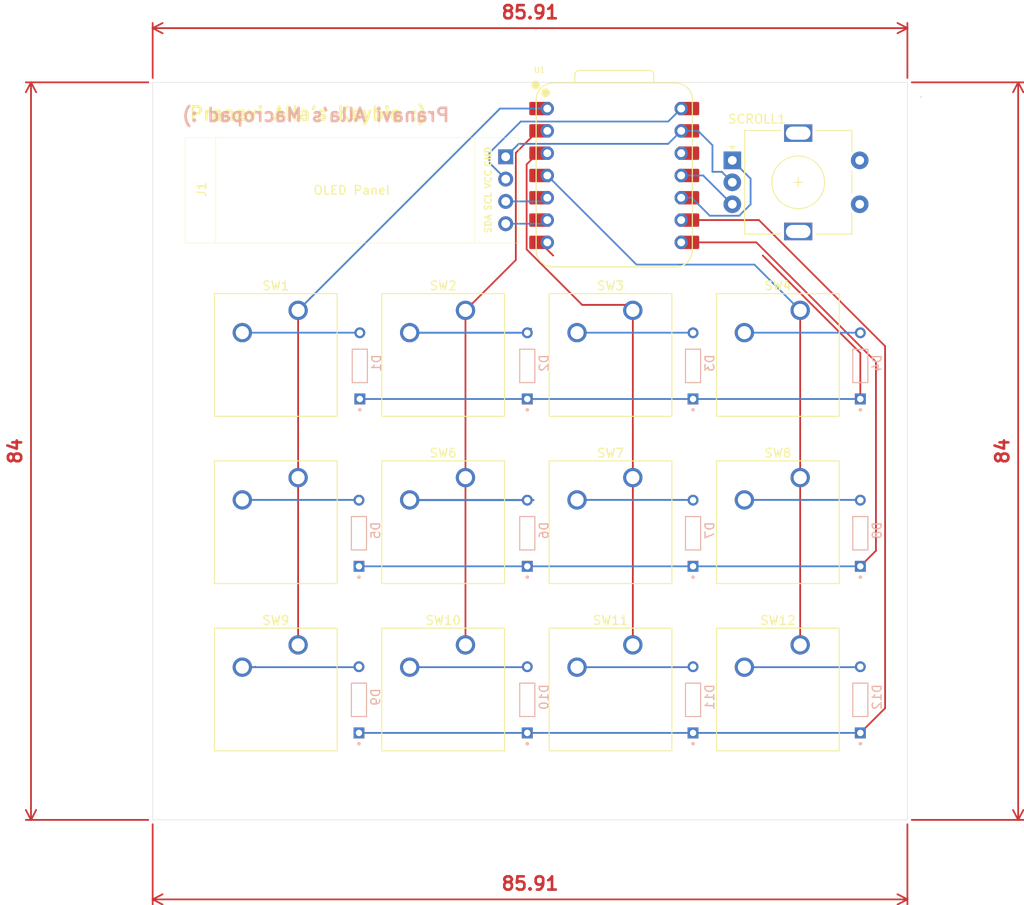
<source format=kicad_pcb>
(kicad_pcb (version 20241229) (generator "pcbnew") (generator_version "9.0")
  (layers (0 "F.Cu" signal) (2 "B.Cu" signal) (13 "F.Paste" user) (15 "B.Paste" user) (5 "F.SilkS" user "F.Silkscreen") (7 "B.SilkS" user "B.Silkscreen") (1 "F.Mask" user) (3 "B.Mask" user) (25 "Edge.Cuts" user))
  (net 0 "")
  (net 1 "Net-(D1-PadA)")
  (net 2 "Row1")
  (net 3 "Net-(D2-PadA)")
  (net 4 "Net-(D3-PadA)")
  (net 5 "Net-(D4-PadA)")
  (net 6 "Row2")
  (net 7 "Net-(D5-PadA)")
  (net 8 "Net-(D6-PadA)")
  (net 9 "Net-(D7-PadA)")
  (net 10 "Net-(D8-PadA)")
  (net 11 "Net-(D9-PadA)")
  (net 12 "Row3")
  (net 13 "Net-(D10-PadA)")
  (net 14 "Net-(D11-PadA)")
  (net 15 "Net-(D12-PadA)")
  (net 16 "OLED_SCL")
  (net 17 "OLED_SDA")
  (net 18 "+5V")
  (net 19 "GND")
  (net 20 "RotaryA")
  (net 21 "RotaryB")
  (net 24 "Col1")
  (net 25 "Col2")
  (net 26 "Col3")
  (net 27 "Col4")
  (footprint "Button_Switch_Keyboard:SW_Cherry_MX_1.00u_PCB" (layer "F.Cu") (at 126.365 75.8825)
    (property "Reference" "SW2" (at -2.54 -2.794 0) (layer "F.SilkS"))
    (property "Value" "SW_Push")
    (fp_line (start -9.525 -1.905) (end 4.445 -1.905) (stroke (width 0.12)) (layer "F.SilkS"))
    (fp_line (start -9.525 12.065) (end -9.525 -1.905) (stroke (width 0.12)) (layer "F.SilkS"))
    (fp_line (start 4.445 -1.905) (end 4.445 12.065) (stroke (width 0.12)) (layer "F.SilkS"))
    (fp_line (start 4.445 12.065) (end -9.525 12.065) (stroke (width 0.12)) (layer "F.SilkS"))
    (pad "" np_thru_hole circle (at -7.62 5.08) (size 1.7 1.7) (drill 1.7) (layers "*.Cu" "*.Mask"))
    (pad "" np_thru_hole circle (at -2.54 5.08) (size 4 4) (drill 4) (layers "*.Cu" "*.Mask"))
    (pad "" np_thru_hole circle (at 2.54 5.08) (size 1.7 1.7) (drill 1.7) (layers "*.Cu" "*.Mask"))
    (pad "1" thru_hole circle (at 0 0) (size 2.2 2.2) (drill 1.5) (layers "*.Cu" "*.Mask") (net 25 "Col2"))
    (pad "2" thru_hole circle (at -6.35 2.54) (size 2.2 2.2) (drill 1.5) (layers "*.Cu" "*.Mask") (net 3 "Net-(D2-PadA)"))
  )
  (footprint "OLED Display:SSD1306-0.91-OLED-4pin-128x32" (layer "F.Cu") (at 94.445 56.205)
    (property "Reference" "J1" (at 1.9 5.91 90) (layer "F.SilkS"))
    (property "Value" "Conn_01x04_Pin")
    (fp_line (start 0 0) (end 0 12) (stroke (width 0.04)) (layer "F.SilkS"))
    (fp_line (start 0 12) (end 38 12) (stroke (width 0.04)) (layer "F.SilkS"))
    (fp_line (start 3.5 0) (end 3.5 12) (stroke (width 0.04)) (layer "F.SilkS"))
    (fp_line (start 33 0) (end 33 12) (stroke (width 0.04)) (layer "F.SilkS"))
    (fp_line (start 38 0) (end 0 0) (stroke (width 0.04)) (layer "F.SilkS"))
    (fp_line (start 38 12) (end 38 0) (stroke (width 0.04)) (layer "F.SilkS"))
    (fp_text user "GND" (at 34.5 2.19 90) (layer "F.SilkS") (effects (font (size 0.75 0.75))))
    (fp_text user "SDA" (at 34.5 9.81 90) (layer "F.SilkS") (effects (font (size 0.75 0.75))))
    (fp_text user "SCL" (at 34.5 7.27 90) (layer "F.SilkS") (effects (font (size 0.75 0.75))))
    (fp_text user "OLED Panel" (at 19 6 0) (layer "F.SilkS"))
    (fp_text user "VCC" (at 34.5 4.73 90) (layer "F.SilkS") (effects (font (size 0.75 0.75))))
    (pad "1" thru_hole rect (at 36.5 2.19) (size 1.7 1.7) (drill 1) (layers "*.Cu" "*.Mask") (net 19 "GND"))
    (pad "2" thru_hole oval (at 36.5 4.73) (size 1.7 1.7) (drill 1) (layers "*.Cu" "*.Mask") (net 18 "+5V"))
    (pad "3" thru_hole oval (at 36.5 7.27) (size 1.7 1.7) (drill 1) (layers "*.Cu" "*.Mask") (net 17 "OLED_SDA"))
    (pad "4" thru_hole oval (at 36.5 9.81) (size 1.7 1.7) (drill 1) (layers "*.Cu" "*.Mask") (net 16 "OLED_SCL"))
  )
  (footprint "Button_Switch_Keyboard:SW_Cherry_MX_1.00u_PCB" (layer "F.Cu") (at 126.365 94.9325)
    (property "Reference" "SW6" (at -2.54 -2.794 0) (layer "F.SilkS"))
    (property "Value" "SW_Push")
    (fp_line (start -9.525 -1.905) (end 4.445 -1.905) (stroke (width 0.12)) (layer "F.SilkS"))
    (fp_line (start -9.525 12.065) (end -9.525 -1.905) (stroke (width 0.12)) (layer "F.SilkS"))
    (fp_line (start 4.445 -1.905) (end 4.445 12.065) (stroke (width 0.12)) (layer "F.SilkS"))
    (fp_line (start 4.445 12.065) (end -9.525 12.065) (stroke (width 0.12)) (layer "F.SilkS"))
    (pad "" np_thru_hole circle (at -7.62 5.08) (size 1.7 1.7) (drill 1.7) (layers "*.Cu" "*.Mask"))
    (pad "" np_thru_hole circle (at -2.54 5.08) (size 4 4) (drill 4) (layers "*.Cu" "*.Mask"))
    (pad "" np_thru_hole circle (at 2.54 5.08) (size 1.7 1.7) (drill 1.7) (layers "*.Cu" "*.Mask"))
    (pad "1" thru_hole circle (at 0 0) (size 2.2 2.2) (drill 1.5) (layers "*.Cu" "*.Mask") (net 25 "Col2"))
    (pad "2" thru_hole circle (at -6.35 2.54) (size 2.2 2.2) (drill 1.5) (layers "*.Cu" "*.Mask") (net 8 "Net-(D6-PadA)"))
  )
  (footprint "Button_Switch_Keyboard:SW_Cherry_MX_1.00u_PCB" (layer "F.Cu") (at 145.415 75.8825)
    (property "Reference" "SW3" (at -2.54 -2.794 0) (layer "F.SilkS"))
    (property "Value" "SW_Push")
    (fp_line (start -9.525 -1.905) (end 4.445 -1.905) (stroke (width 0.12)) (layer "F.SilkS"))
    (fp_line (start -9.525 12.065) (end -9.525 -1.905) (stroke (width 0.12)) (layer "F.SilkS"))
    (fp_line (start 4.445 -1.905) (end 4.445 12.065) (stroke (width 0.12)) (layer "F.SilkS"))
    (fp_line (start 4.445 12.065) (end -9.525 12.065) (stroke (width 0.12)) (layer "F.SilkS"))
    (pad "" np_thru_hole circle (at -7.62 5.08) (size 1.7 1.7) (drill 1.7) (layers "*.Cu" "*.Mask"))
    (pad "" np_thru_hole circle (at -2.54 5.08) (size 4 4) (drill 4) (layers "*.Cu" "*.Mask"))
    (pad "" np_thru_hole circle (at 2.54 5.08) (size 1.7 1.7) (drill 1.7) (layers "*.Cu" "*.Mask"))
    (pad "1" thru_hole circle (at 0 0) (size 2.2 2.2) (drill 1.5) (layers "*.Cu" "*.Mask") (net 26 "Col3"))
    (pad "2" thru_hole circle (at -6.35 2.54) (size 2.2 2.2) (drill 1.5) (layers "*.Cu" "*.Mask") (net 4 "Net-(D3-PadA)"))
  )
  (footprint "Button_Switch_Keyboard:SW_Cherry_MX_1.00u_PCB" (layer "F.Cu") (at 145.415 113.9825)
    (property "Reference" "SW11" (at -2.54 -2.794 0) (layer "F.SilkS"))
    (property "Value" "SW_Push")
    (fp_line (start -9.525 -1.905) (end 4.445 -1.905) (stroke (width 0.12)) (layer "F.SilkS"))
    (fp_line (start -9.525 12.065) (end -9.525 -1.905) (stroke (width 0.12)) (layer "F.SilkS"))
    (fp_line (start 4.445 -1.905) (end 4.445 12.065) (stroke (width 0.12)) (layer "F.SilkS"))
    (fp_line (start 4.445 12.065) (end -9.525 12.065) (stroke (width 0.12)) (layer "F.SilkS"))
    (pad "" np_thru_hole circle (at -7.62 5.08) (size 1.7 1.7) (drill 1.7) (layers "*.Cu" "*.Mask"))
    (pad "" np_thru_hole circle (at -2.54 5.08) (size 4 4) (drill 4) (layers "*.Cu" "*.Mask"))
    (pad "" np_thru_hole circle (at 2.54 5.08) (size 1.7 1.7) (drill 1.7) (layers "*.Cu" "*.Mask"))
    (pad "1" thru_hole circle (at 0 0) (size 2.2 2.2) (drill 1.5) (layers "*.Cu" "*.Mask") (net 26 "Col3"))
    (pad "2" thru_hole circle (at -6.35 2.54) (size 2.2 2.2) (drill 1.5) (layers "*.Cu" "*.Mask") (net 14 "Net-(D11-PadA)"))
  )
  (footprint "Button_Switch_Keyboard:SW_Cherry_MX_1.00u_PCB" (layer "F.Cu") (at 164.465 113.9825)
    (property "Reference" "SW12" (at -2.54 -2.794 0) (layer "F.SilkS"))
    (property "Value" "SW_Push")
    (fp_line (start -9.525 -1.905) (end 4.445 -1.905) (stroke (width 0.12)) (layer "F.SilkS"))
    (fp_line (start -9.525 12.065) (end -9.525 -1.905) (stroke (width 0.12)) (layer "F.SilkS"))
    (fp_line (start 4.445 -1.905) (end 4.445 12.065) (stroke (width 0.12)) (layer "F.SilkS"))
    (fp_line (start 4.445 12.065) (end -9.525 12.065) (stroke (width 0.12)) (layer "F.SilkS"))
    (pad "" np_thru_hole circle (at -7.62 5.08) (size 1.7 1.7) (drill 1.7) (layers "*.Cu" "*.Mask"))
    (pad "" np_thru_hole circle (at -2.54 5.08) (size 4 4) (drill 4) (layers "*.Cu" "*.Mask"))
    (pad "" np_thru_hole circle (at 2.54 5.08) (size 1.7 1.7) (drill 1.7) (layers "*.Cu" "*.Mask"))
    (pad "1" thru_hole circle (at 0 0) (size 2.2 2.2) (drill 1.5) (layers "*.Cu" "*.Mask") (net 27 "Col4"))
    (pad "2" thru_hole circle (at -6.35 2.54) (size 2.2 2.2) (drill 1.5) (layers "*.Cu" "*.Mask") (net 15 "Net-(D12-PadA)"))
  )
  (footprint "Button_Switch_Keyboard:SW_Cherry_MX_1.00u_PCB" (layer "F.Cu") (at 126.365 113.9825)
    (property "Reference" "SW10" (at -2.54 -2.794 0) (layer "F.SilkS"))
    (property "Value" "SW_Push")
    (fp_line (start -9.525 -1.905) (end 4.445 -1.905) (stroke (width 0.12)) (layer "F.SilkS"))
    (fp_line (start -9.525 12.065) (end -9.525 -1.905) (stroke (width 0.12)) (layer "F.SilkS"))
    (fp_line (start 4.445 -1.905) (end 4.445 12.065) (stroke (width 0.12)) (layer "F.SilkS"))
    (fp_line (start 4.445 12.065) (end -9.525 12.065) (stroke (width 0.12)) (layer "F.SilkS"))
    (pad "" np_thru_hole circle (at -7.62 5.08) (size 1.7 1.7) (drill 1.7) (layers "*.Cu" "*.Mask"))
    (pad "" np_thru_hole circle (at -2.54 5.08) (size 4 4) (drill 4) (layers "*.Cu" "*.Mask"))
    (pad "" np_thru_hole circle (at 2.54 5.08) (size 1.7 1.7) (drill 1.7) (layers "*.Cu" "*.Mask"))
    (pad "1" thru_hole circle (at 0 0) (size 2.2 2.2) (drill 1.5) (layers "*.Cu" "*.Mask") (net 25 "Col2"))
    (pad "2" thru_hole circle (at -6.35 2.54) (size 2.2 2.2) (drill 1.5) (layers "*.Cu" "*.Mask") (net 13 "Net-(D10-PadA)"))
  )
  (footprint "Button_Switch_Keyboard:SW_Cherry_MX_1.00u_PCB" (layer "F.Cu") (at 164.465 94.9325)
    (property "Reference" "SW8" (at -2.54 -2.794 0) (layer "F.SilkS"))
    (property "Value" "SW_Push")
    (fp_line (start -9.525 -1.905) (end 4.445 -1.905) (stroke (width 0.12)) (layer "F.SilkS"))
    (fp_line (start -9.525 12.065) (end -9.525 -1.905) (stroke (width 0.12)) (layer "F.SilkS"))
    (fp_line (start 4.445 -1.905) (end 4.445 12.065) (stroke (width 0.12)) (layer "F.SilkS"))
    (fp_line (start 4.445 12.065) (end -9.525 12.065) (stroke (width 0.12)) (layer "F.SilkS"))
    (pad "" np_thru_hole circle (at -7.62 5.08) (size 1.7 1.7) (drill 1.7) (layers "*.Cu" "*.Mask"))
    (pad "" np_thru_hole circle (at -2.54 5.08) (size 4 4) (drill 4) (layers "*.Cu" "*.Mask"))
    (pad "" np_thru_hole circle (at 2.54 5.08) (size 1.7 1.7) (drill 1.7) (layers "*.Cu" "*.Mask"))
    (pad "1" thru_hole circle (at 0 0) (size 2.2 2.2) (drill 1.5) (layers "*.Cu" "*.Mask") (net 27 "Col4"))
    (pad "2" thru_hole circle (at -6.35 2.54) (size 2.2 2.2) (drill 1.5) (layers "*.Cu" "*.Mask") (net 10 "Net-(D8-PadA)"))
  )
  (footprint "Button_Switch_Keyboard:SW_Cherry_MX_1.00u_PCB" (layer "F.Cu") (at 164.465 75.8825)
    (property "Reference" "SW4" (at -2.54 -2.794 0) (layer "F.SilkS"))
    (property "Value" "SW_Push")
    (fp_line (start -9.525 -1.905) (end 4.445 -1.905) (stroke (width 0.12)) (layer "F.SilkS"))
    (fp_line (start -9.525 12.065) (end -9.525 -1.905) (stroke (width 0.12)) (layer "F.SilkS"))
    (fp_line (start 4.445 -1.905) (end 4.445 12.065) (stroke (width 0.12)) (layer "F.SilkS"))
    (fp_line (start 4.445 12.065) (end -9.525 12.065) (stroke (width 0.12)) (layer "F.SilkS"))
    (pad "" np_thru_hole circle (at -7.62 5.08) (size 1.7 1.7) (drill 1.7) (layers "*.Cu" "*.Mask"))
    (pad "" np_thru_hole circle (at -2.54 5.08) (size 4 4) (drill 4) (layers "*.Cu" "*.Mask"))
    (pad "" np_thru_hole circle (at 2.54 5.08) (size 1.7 1.7) (drill 1.7) (layers "*.Cu" "*.Mask"))
    (pad "1" thru_hole circle (at 0 0) (size 2.2 2.2) (drill 1.5) (layers "*.Cu" "*.Mask") (net 27 "Col4"))
    (pad "2" thru_hole circle (at -6.35 2.54) (size 2.2 2.2) (drill 1.5) (layers "*.Cu" "*.Mask") (net 5 "Net-(D4-PadA)"))
  )
  (footprint "Button_Switch_Keyboard:SW_Cherry_MX_1.00u_PCB" (layer "F.Cu") (at 107.315 113.9825)
    (property "Reference" "SW9" (at -2.54 -2.794 0) (layer "F.SilkS"))
    (property "Value" "SW_Push")
    (fp_line (start -9.525 -1.905) (end 4.445 -1.905) (stroke (width 0.12)) (layer "F.SilkS"))
    (fp_line (start -9.525 12.065) (end -9.525 -1.905) (stroke (width 0.12)) (layer "F.SilkS"))
    (fp_line (start 4.445 -1.905) (end 4.445 12.065) (stroke (width 0.12)) (layer "F.SilkS"))
    (fp_line (start 4.445 12.065) (end -9.525 12.065) (stroke (width 0.12)) (layer "F.SilkS"))
    (pad "" np_thru_hole circle (at -7.62 5.08) (size 1.7 1.7) (drill 1.7) (layers "*.Cu" "*.Mask"))
    (pad "" np_thru_hole circle (at -2.54 5.08) (size 4 4) (drill 4) (layers "*.Cu" "*.Mask"))
    (pad "" np_thru_hole circle (at 2.54 5.08) (size 1.7 1.7) (drill 1.7) (layers "*.Cu" "*.Mask"))
    (pad "1" thru_hole circle (at 0 0) (size 2.2 2.2) (drill 1.5) (layers "*.Cu" "*.Mask") (net 24 "Col1"))
    (pad "2" thru_hole circle (at -6.35 2.54) (size 2.2 2.2) (drill 1.5) (layers "*.Cu" "*.Mask") (net 11 "Net-(D9-PadA)"))
  )
  (footprint "OPL:XIAO-RP2040-DIP" (layer "F.Cu") (at 143.3 60.52)
    (property "Reference" "U1" (at -8.5 -12 0) (layer "F.SilkS") (effects (font (size 0.635 0.635) (thickness 0.1016))))
    (property "Value" "XIAO-RP2040-DIP")
    (fp_line (start -8.89 8.509) (end -8.89 -8.636) (stroke (width 0.127)) (layer "F.SilkS"))
    (fp_line (start -6.985 10.414) (end 6.985 10.414) (stroke (width 0.127)) (layer "F.SilkS"))
    (fp_line (start -4.495 -10.541) (end -4.491272 -11.451272) (stroke (width 0.127)) (layer "F.SilkS"))
    (fp_line (start -3.991272 -11.951) (end 4.004 -11.951) (stroke (width 0.127)) (layer "F.SilkS"))
    (fp_line (start 4.504 -11.451) (end 4.504 -10.541) (stroke (width 0.127)) (layer "F.SilkS"))
    (fp_line (start 6.985 -10.541) (end -6.985 -10.541) (stroke (width 0.1)) (layer "F.SilkS"))
    (fp_line (start 6.985 -10.541) (end -6.985 -10.541) (stroke (width 0.127)) (layer "F.SilkS"))
    (fp_line (start 8.89 8.509) (end 8.89 -8.636) (stroke (width 0.127)) (layer "F.SilkS"))
    (fp_arc (start -8.89 -8.636) (mid -8.332038 -9.983038) (end -6.985 -10.541) (stroke (width 0.127)) (layer "F.SilkS"))
    (fp_arc (start -6.985 10.414) (mid -8.332038 9.856038) (end -8.89 8.509) (stroke (width 0.127)) (layer "F.SilkS"))
    (fp_arc (start -4.491272 -11.451272) (mid -4.344728 -11.80464) (end -3.991272 -11.951) (stroke (width 0.127)) (layer "F.SilkS"))
    (fp_arc (start 4.004 -11.951) (mid 4.357553 -11.804553) (end 4.504 -11.451) (stroke (width 0.127)) (layer "F.SilkS"))
    (fp_arc (start 6.985 -10.541) (mid 8.332038 -9.983038) (end 8.89 -8.636) (stroke (width 0.127)) (layer "F.SilkS"))
    (fp_arc (start 8.89 8.509) (mid 8.332038 9.856038) (end 6.985 10.414) (stroke (width 0.127)) (layer "F.SilkS"))
    (fp_circle (center -8.95 -10.3) (end -8.95 -10.554) (stroke (width 0.5)) (fill yes) (layer "F.SilkS"))
    (fp_circle (center -7.807 -9.42) (end -7.807 -9.674) (stroke (width 0.5)) (fill yes) (layer "F.SilkS"))
    (pad "1" smd roundrect (at -8.455 -7.62 180) (size 2.432 1.524) (layers "F.Cu" "F.Mask") (roundrect_rratio 0.1) (net 24 "Col1"))
    (pad "1" thru_hole circle (at -7.62 -7.62 180) (size 1.524 1.524) (drill 0.889) (layers "*.Cu" "*.Mask") (net 24 "Col1"))
    (pad "2" smd roundrect (at -8.455 -5.08 180) (size 2.432 1.524) (layers "F.Cu" "F.Mask") (roundrect_rratio 0.1) (net 25 "Col2"))
    (pad "2" thru_hole circle (at -7.62 -5.08 180) (size 1.524 1.524) (drill 0.889) (layers "*.Cu" "*.Mask") (net 25 "Col2"))
    (pad "3" smd roundrect (at -8.455 -2.54 180) (size 2.432 1.524) (layers "F.Cu" "F.Mask") (roundrect_rratio 0.1) (net 26 "Col3"))
    (pad "3" thru_hole circle (at -7.62 -2.54 180) (size 1.524 1.524) (drill 0.889) (layers "*.Cu" "*.Mask") (net 26 "Col3"))
    (pad "4" smd roundrect (at -8.455 0 180) (size 2.432 1.524) (layers "F.Cu" "F.Mask") (roundrect_rratio 0.1) (net 27 "Col4"))
    (pad "4" thru_hole circle (at -7.62 0 180) (size 1.524 1.524) (drill 0.889) (layers "*.Cu" "*.Mask") (net 27 "Col4"))
    (pad "5" smd roundrect (at -8.455 2.54 180) (size 2.432 1.524) (layers "F.Cu" "F.Mask") (roundrect_rratio 0.1) (net 17 "OLED_SDA"))
    (pad "5" thru_hole circle (at -7.62 2.54 180) (size 1.524 1.524) (drill 0.889) (layers "*.Cu" "*.Mask") (net 17 "OLED_SDA"))
    (pad "6" smd roundrect (at -8.455 5.08 180) (size 2.432 1.524) (layers "F.Cu" "F.Mask") (roundrect_rratio 0.1) (net 16 "OLED_SCL"))
    (pad "6" thru_hole circle (at -7.62 5.08 180) (size 1.524 1.524) (drill 0.889) (layers "*.Cu" "*.Mask") (net 16 "OLED_SCL"))
    (pad "7" smd roundrect (at -8.455 7.62 180) (size 2.432 1.524) (layers "F.Cu" "F.Mask") (roundrect_rratio 0.1) (net 2 "Row1"))
    (pad "7" thru_hole circle (at -7.62 7.62 180) (size 1.524 1.524) (drill 0.889) (layers "*.Cu" "*.Mask") (net 2 "Row1"))
    (pad "8" thru_hole circle (at 7.62 7.62) (size 1.524 1.524) (drill 0.889) (layers "*.Cu" "*.Mask") (net 6 "Row2"))
    (pad "8" smd roundrect (at 8.455 7.62) (size 2.432 1.524) (layers "F.Cu" "F.Mask") (roundrect_rratio 0.1) (net 6 "Row2"))
    (pad "9" thru_hole circle (at 7.62 5.08) (size 1.524 1.524) (drill 0.889) (layers "*.Cu" "*.Mask") (net 12 "Row3"))
    (pad "9" smd roundrect (at 8.455 5.08) (size 2.432 1.524) (layers "F.Cu" "F.Mask") (roundrect_rratio 0.1) (net 12 "Row3"))
    (pad "10" thru_hole circle (at 7.62 2.54) (size 1.524 1.524) (drill 0.889) (layers "*.Cu" "*.Mask") (net 20 "RotaryA"))
    (pad "10" smd roundrect (at 8.455 2.54) (size 2.432 1.524) (layers "F.Cu" "F.Mask") (roundrect_rratio 0.1) (net 20 "RotaryA"))
    (pad "11" thru_hole circle (at 7.62 0) (size 1.524 1.524) (drill 0.889) (layers "*.Cu" "*.Mask") (net 21 "RotaryB"))
    (pad "11" smd roundrect (at 8.455 0) (size 2.432 1.524) (layers "F.Cu" "F.Mask") (roundrect_rratio 0.1) (net 21 "RotaryB"))
    (pad "12" thru_hole circle (at 7.62 -2.54) (size 1.524 1.524) (drill 0.889) (layers "*.Cu" "*.Mask"))
    (pad "12" smd roundrect (at 8.455 -2.54) (size 2.432 1.524) (layers "F.Cu" "F.Mask") (roundrect_rratio 0.1))
    (pad "13" thru_hole circle (at 7.62 -5.08) (size 1.524 1.524) (drill 0.889) (layers "*.Cu" "*.Mask") (net 19 "GND"))
    (pad "13" smd roundrect (at 8.455 -5.08) (size 2.432 1.524) (layers "F.Cu" "F.Mask") (roundrect_rratio 0.1) (net 19 "GND"))
    (pad "14" thru_hole circle (at 7.62 -7.62) (size 1.524 1.524) (drill 0.889) (layers "*.Cu" "*.Mask") (net 18 "+5V"))
    (pad "14" smd roundrect (at 8.455 -7.62) (size 2.432 1.524) (layers "F.Cu" "F.Mask") (roundrect_rratio 0.1) (net 18 "+5V"))
  )
  (footprint "Button_Switch_Keyboard:SW_Cherry_MX_1.00u_PCB" (layer "F.Cu") (at 145.415 94.9325)
    (property "Reference" "SW7" (at -2.54 -2.794 0) (layer "F.SilkS"))
    (property "Value" "SW_Push")
    (fp_line (start -9.525 -1.905) (end 4.445 -1.905) (stroke (width 0.12)) (layer "F.SilkS"))
    (fp_line (start -9.525 12.065) (end -9.525 -1.905) (stroke (width 0.12)) (layer "F.SilkS"))
    (fp_line (start 4.445 -1.905) (end 4.445 12.065) (stroke (width 0.12)) (layer "F.SilkS"))
    (fp_line (start 4.445 12.065) (end -9.525 12.065) (stroke (width 0.12)) (layer "F.SilkS"))
    (pad "" np_thru_hole circle (at -7.62 5.08) (size 1.7 1.7) (drill 1.7) (layers "*.Cu" "*.Mask"))
    (pad "" np_thru_hole circle (at -2.54 5.08) (size 4 4) (drill 4) (layers "*.Cu" "*.Mask"))
    (pad "" np_thru_hole circle (at 2.54 5.08) (size 1.7 1.7) (drill 1.7) (layers "*.Cu" "*.Mask"))
    (pad "1" thru_hole circle (at 0 0) (size 2.2 2.2) (drill 1.5) (layers "*.Cu" "*.Mask") (net 26 "Col3"))
    (pad "2" thru_hole circle (at -6.35 2.54) (size 2.2 2.2) (drill 1.5) (layers "*.Cu" "*.Mask") (net 9 "Net-(D7-PadA)"))
  )
  (footprint "Button_Switch_Keyboard:SW_Cherry_MX_1.00u_PCB" (layer "F.Cu") (at 107.315 94.9325)
    (property "Reference" "SW5" (hide yes))
    (property "Value" "SW_Push" (hide yes))
    (fp_line (start -9.525 -1.905) (end 4.445 -1.905) (stroke (width 0.12)) (layer "F.SilkS"))
    (fp_line (start -9.525 12.065) (end -9.525 -1.905) (stroke (width 0.12)) (layer "F.SilkS"))
    (fp_line (start 4.445 -1.905) (end 4.445 12.065) (stroke (width 0.12)) (layer "F.SilkS"))
    (fp_line (start 4.445 12.065) (end -9.525 12.065) (stroke (width 0.12)) (layer "F.SilkS"))
    (pad "" np_thru_hole circle (at -7.62 5.08) (size 1.7 1.7) (drill 1.7) (layers "*.Cu" "*.Mask"))
    (pad "" np_thru_hole circle (at -2.54 5.08) (size 4 4) (drill 4) (layers "*.Cu" "*.Mask"))
    (pad "" np_thru_hole circle (at 2.54 5.08) (size 1.7 1.7) (drill 1.7) (layers "*.Cu" "*.Mask"))
    (pad "1" thru_hole circle (at 0 0) (size 2.2 2.2) (drill 1.5) (layers "*.Cu" "*.Mask") (net 24 "Col1"))
    (pad "2" thru_hole circle (at -6.35 2.54) (size 2.2 2.2) (drill 1.5) (layers "*.Cu" "*.Mask") (net 7 "Net-(D5-PadA)"))
  )
  (footprint "Rotary Encoder:RotaryEncoder_Alps_EC11E-Switch_Vertical_H20mm" (layer "F.Cu") (at 156.74 58.8)
    (property "Reference" "SCROLL1" (at 2.8 -4.7 0) (layer "F.SilkS"))
    (property "Value" "RotaryEncoder_Switch")
    (fp_line (start -0.3 -1.6) (end 0.3 -1.6) (stroke (width 0.12)) (layer "F.SilkS"))
    (fp_line (start 0 -1.3) (end -0.3 -1.6) (stroke (width 0.12)) (layer "F.SilkS"))
    (fp_line (start 0.3 -1.6) (end 0 -1.3) (stroke (width 0.12)) (layer "F.SilkS"))
    (fp_line (start 1.4 -3.4) (end 1.4 8.4) (stroke (width 0.12)) (layer "F.SilkS"))
    (fp_line (start 5.5 -3.4) (end 1.4 -3.4) (stroke (width 0.12)) (layer "F.SilkS"))
    (fp_line (start 5.5 8.4) (end 1.4 8.4) (stroke (width 0.12)) (layer "F.SilkS"))
    (fp_line (start 7 2.5) (end 8 2.5) (stroke (width 0.12)) (layer "F.SilkS"))
    (fp_line (start 7.5 2) (end 7.5 3) (stroke (width 0.12)) (layer "F.SilkS"))
    (fp_line (start 9.5 -3.4) (end 13.6 -3.4) (stroke (width 0.12)) (layer "F.SilkS"))
    (fp_line (start 13.6 -3.4) (end 13.6 -1) (stroke (width 0.12)) (layer "F.SilkS"))
    (fp_line (start 13.6 1.2) (end 13.6 3.8) (stroke (width 0.12)) (layer "F.SilkS"))
    (fp_line (start 13.6 6) (end 13.6 8.4) (stroke (width 0.12)) (layer "F.SilkS"))
    (fp_line (start 13.6 8.4) (end 9.5 8.4) (stroke (width 0.12)) (layer "F.SilkS"))
    (fp_circle (center 7.5 2.5) (end 10.5 2.5) (stroke (width 0.12)) (fill no) (layer "F.SilkS"))
    (pad "A" thru_hole rect (at 0 0) (size 2 2) (drill 1) (layers "*.Cu" "*.Mask") (net 20 "RotaryA"))
    (pad "B" thru_hole circle (at 0 5) (size 2 2) (drill 1) (layers "*.Cu" "*.Mask") (net 21 "RotaryB"))
    (pad "C" thru_hole circle (at 0 2.5) (size 2 2) (drill 1) (layers "*.Cu" "*.Mask") (net 19 "GND"))
    (pad "MP" thru_hole rect (at 7.5 -3.1) (size 3.2 2) (drill oval 2.8 1.5) (layers "*.Cu" "*.Mask"))
    (pad "MP" thru_hole rect (at 7.5 8.1) (size 3.2 2) (drill oval 2.8 1.5) (layers "*.Cu" "*.Mask"))
    (pad "S1" thru_hole circle (at 14.5 5) (size 2 2) (drill 1) (layers "*.Cu" "*.Mask"))
    (pad "S2" thru_hole circle (at 14.5 0) (size 2 2) (drill 1) (layers "*.Cu" "*.Mask"))
  )
  (footprint "Button_Switch_Keyboard:SW_Cherry_MX_1.00u_PCB" (layer "F.Cu") (at 107.315 75.8825)
    (property "Reference" "SW1" (at -2.54 -2.794 0) (layer "F.SilkS"))
    (property "Value" "SW_Push")
    (fp_line (start -9.525 -1.905) (end 4.445 -1.905) (stroke (width 0.12)) (layer "F.SilkS"))
    (fp_line (start -9.525 12.065) (end -9.525 -1.905) (stroke (width 0.12)) (layer "F.SilkS"))
    (fp_line (start 4.445 -1.905) (end 4.445 12.065) (stroke (width 0.12)) (layer "F.SilkS"))
    (fp_line (start 4.445 12.065) (end -9.525 12.065) (stroke (width 0.12)) (layer "F.SilkS"))
    (pad "" np_thru_hole circle (at -7.62 5.08) (size 1.7 1.7) (drill 1.7) (layers "*.Cu" "*.Mask"))
    (pad "" np_thru_hole circle (at -2.54 5.08) (size 4 4) (drill 4) (layers "*.Cu" "*.Mask"))
    (pad "" np_thru_hole circle (at 2.54 5.08) (size 1.7 1.7) (drill 1.7) (layers "*.Cu" "*.Mask"))
    (pad "1" thru_hole circle (at 0 0) (size 2.2 2.2) (drill 1.5) (layers "*.Cu" "*.Mask") (net 24 "Col1"))
    (pad "2" thru_hole circle (at -6.35 2.54) (size 2.2 2.2) (drill 1.5) (layers "*.Cu" "*.Mask") (net 1 "Net-(D1-PadA)"))
  )
  (footprint "1N4148:DIOAD753W49L380D172B" (layer "B.Cu") (at 133.4 120.24 90)
    (property "Reference" "D10" (at 0.3175 1.905 90) (layer "B.SilkS") (effects (justify mirror)))
    (property "Value" "1N4148")
    (fp_line (start 1.9025 -0.86) (end -1.9025 -0.86) (stroke (width 0.127)) (layer "B.SilkS"))
    (fp_line (start -1.9025 -0.86) (end -1.9025 0.86) (stroke (width 0.127)) (layer "B.SilkS"))
    (fp_line (start 1.9025 0.86) (end 1.9025 -0.86) (stroke (width 0.127)) (layer "B.SilkS"))
    (fp_line (start -1.9025 0.86) (end 1.9025 0.86) (stroke (width 0.127)) (layer "B.SilkS"))
    (fp_circle (center -5 0) (end -4.9 0) (stroke (width 0.2)) (fill no) (layer "B.SilkS"))
    (pad "A" thru_hole circle (at 3.7685 0 90) (size 1.238 1.238) (drill 0.73) (layers "*.Cu" "*.Mask") (net 13 "Net-(D10-PadA)"))
    (pad "K" thru_hole rect (at -3.7685 0 90) (size 1.238 1.238) (drill 0.73) (layers "*.Cu" "*.Mask") (net 12 "Row3"))
  )
  (footprint "1N4148:DIOAD753W49L380D172B" (layer "B.Cu") (at 171.31 120.24 90)
    (property "Reference" "D12" (at 0.3175 1.905 90) (layer "B.SilkS") (effects (justify mirror)))
    (property "Value" "1N4148")
    (fp_line (start 1.9025 -0.86) (end -1.9025 -0.86) (stroke (width 0.127)) (layer "B.SilkS"))
    (fp_line (start -1.9025 -0.86) (end -1.9025 0.86) (stroke (width 0.127)) (layer "B.SilkS"))
    (fp_line (start 1.9025 0.86) (end 1.9025 -0.86) (stroke (width 0.127)) (layer "B.SilkS"))
    (fp_line (start -1.9025 0.86) (end 1.9025 0.86) (stroke (width 0.127)) (layer "B.SilkS"))
    (fp_circle (center -5 0) (end -4.9 0) (stroke (width 0.2)) (fill no) (layer "B.SilkS"))
    (pad "A" thru_hole circle (at 3.7685 0 90) (size 1.238 1.238) (drill 0.73) (layers "*.Cu" "*.Mask") (net 15 "Net-(D12-PadA)"))
    (pad "K" thru_hole rect (at -3.7685 0 90) (size 1.238 1.238) (drill 0.73) (layers "*.Cu" "*.Mask") (net 12 "Row3"))
  )
  (footprint "1N4148:DIOAD753W49L380D172B" (layer "B.Cu") (at 171.31 82.2085 90)
    (property "Reference" "D4" (at 0.3175 1.905 90) (layer "B.SilkS") (effects (justify mirror)))
    (property "Value" "1N4148")
    (fp_line (start 1.9025 -0.86) (end -1.9025 -0.86) (stroke (width 0.127)) (layer "B.SilkS"))
    (fp_line (start -1.9025 -0.86) (end -1.9025 0.86) (stroke (width 0.127)) (layer "B.SilkS"))
    (fp_line (start 1.9025 0.86) (end 1.9025 -0.86) (stroke (width 0.127)) (layer "B.SilkS"))
    (fp_line (start -1.9025 0.86) (end 1.9025 0.86) (stroke (width 0.127)) (layer "B.SilkS"))
    (fp_circle (center -5 0) (end -4.9 0) (stroke (width 0.2)) (fill no) (layer "B.SilkS"))
    (pad "A" thru_hole circle (at 3.7685 0 90) (size 1.238 1.238) (drill 0.73) (layers "*.Cu" "*.Mask") (net 5 "Net-(D4-PadA)"))
    (pad "K" thru_hole rect (at -3.7685 0 90) (size 1.238 1.238) (drill 0.73) (layers "*.Cu" "*.Mask") (net 2 "Row1"))
  )
  (footprint "1N4148:DIOAD753W49L380D172B" (layer "B.Cu") (at 171.31 101.2685 90)
    (property "Reference" "D8" (at 0.3175 1.905 90) (layer "B.SilkS") (effects (justify mirror)))
    (property "Value" "1N4148")
    (fp_line (start 1.9025 -0.86) (end -1.9025 -0.86) (stroke (width 0.127)) (layer "B.SilkS"))
    (fp_line (start -1.9025 -0.86) (end -1.9025 0.86) (stroke (width 0.127)) (layer "B.SilkS"))
    (fp_line (start 1.9025 0.86) (end 1.9025 -0.86) (stroke (width 0.127)) (layer "B.SilkS"))
    (fp_line (start -1.9025 0.86) (end 1.9025 0.86) (stroke (width 0.127)) (layer "B.SilkS"))
    (fp_circle (center -5 0) (end -4.9 0) (stroke (width 0.2)) (fill no) (layer "B.SilkS"))
    (pad "A" thru_hole circle (at 3.7685 0 90) (size 1.238 1.238) (drill 0.73) (layers "*.Cu" "*.Mask") (net 10 "Net-(D8-PadA)"))
    (pad "K" thru_hole rect (at -3.7685 0 90) (size 1.238 1.238) (drill 0.73) (layers "*.Cu" "*.Mask") (net 6 "Row2"))
  )
  (footprint "1N4148:DIOAD753W49L380D172B" (layer "B.Cu") (at 152.27 82.2085 90)
    (property "Reference" "D3" (at 0.3175 1.905 90) (layer "B.SilkS") (effects (justify mirror)))
    (property "Value" "1N4148")
    (fp_line (start 1.9025 -0.86) (end -1.9025 -0.86) (stroke (width 0.127)) (layer "B.SilkS"))
    (fp_line (start -1.9025 -0.86) (end -1.9025 0.86) (stroke (width 0.127)) (layer "B.SilkS"))
    (fp_line (start 1.9025 0.86) (end 1.9025 -0.86) (stroke (width 0.127)) (layer "B.SilkS"))
    (fp_line (start -1.9025 0.86) (end 1.9025 0.86) (stroke (width 0.127)) (layer "B.SilkS"))
    (fp_circle (center -5 0) (end -4.9 0) (stroke (width 0.2)) (fill no) (layer "B.SilkS"))
    (pad "A" thru_hole circle (at 3.7685 0 90) (size 1.238 1.238) (drill 0.73) (layers "*.Cu" "*.Mask") (net 4 "Net-(D3-PadA)"))
    (pad "K" thru_hole rect (at -3.7685 0 90) (size 1.238 1.238) (drill 0.73) (layers "*.Cu" "*.Mask") (net 2 "Row1"))
  )
  (footprint "1N4148:DIOAD753W49L380D172B" (layer "B.Cu") (at 114.24 101.2685 90)
    (property "Reference" "D5" (at 0.3175 1.905 90) (layer "B.SilkS") (effects (justify mirror)))
    (property "Value" "1N4148")
    (fp_line (start 1.9025 -0.86) (end -1.9025 -0.86) (stroke (width 0.127)) (layer "B.SilkS"))
    (fp_line (start -1.9025 -0.86) (end -1.9025 0.86) (stroke (width 0.127)) (layer "B.SilkS"))
    (fp_line (start 1.9025 0.86) (end 1.9025 -0.86) (stroke (width 0.127)) (layer "B.SilkS"))
    (fp_line (start -1.9025 0.86) (end 1.9025 0.86) (stroke (width 0.127)) (layer "B.SilkS"))
    (fp_circle (center -5 0) (end -4.9 0) (stroke (width 0.2)) (fill no) (layer "B.SilkS"))
    (pad "A" thru_hole circle (at 3.7685 0 90) (size 1.238 1.238) (drill 0.73) (layers "*.Cu" "*.Mask") (net 7 "Net-(D5-PadA)"))
    (pad "K" thru_hole rect (at -3.7685 0 90) (size 1.238 1.238) (drill 0.73) (layers "*.Cu" "*.Mask") (net 6 "Row2"))
  )
  (footprint "1N4148:DIOAD753W49L380D172B" (layer "B.Cu") (at 114.24 120.24 90)
    (property "Reference" "D9" (at 0.3175 1.905 90) (layer "B.SilkS") (effects (justify mirror)))
    (property "Value" "1N4148")
    (fp_line (start 1.9025 -0.86) (end -1.9025 -0.86) (stroke (width 0.127)) (layer "B.SilkS"))
    (fp_line (start -1.9025 -0.86) (end -1.9025 0.86) (stroke (width 0.127)) (layer "B.SilkS"))
    (fp_line (start 1.9025 0.86) (end 1.9025 -0.86) (stroke (width 0.127)) (layer "B.SilkS"))
    (fp_line (start -1.9025 0.86) (end 1.9025 0.86) (stroke (width 0.127)) (layer "B.SilkS"))
    (fp_circle (center -5 0) (end -4.9 0) (stroke (width 0.2)) (fill no) (layer "B.SilkS"))
    (pad "A" thru_hole circle (at 3.7685 0 90) (size 1.238 1.238) (drill 0.73) (layers "*.Cu" "*.Mask") (net 11 "Net-(D9-PadA)"))
    (pad "K" thru_hole rect (at -3.7685 0 90) (size 1.238 1.238) (drill 0.73) (layers "*.Cu" "*.Mask") (net 12 "Row3"))
  )
  (footprint "1N4148:DIOAD753W49L380D172B" (layer "B.Cu") (at 114.34 82.2085 90)
    (property "Reference" "D1" (at 0.3175 1.905 90) (layer "B.SilkS") (effects (justify mirror)))
    (property "Value" "1N4148")
    (fp_line (start 1.9025 -0.86) (end -1.9025 -0.86) (stroke (width 0.127)) (layer "B.SilkS"))
    (fp_line (start -1.9025 -0.86) (end -1.9025 0.86) (stroke (width 0.127)) (layer "B.SilkS"))
    (fp_line (start 1.9025 0.86) (end 1.9025 -0.86) (stroke (width 0.127)) (layer "B.SilkS"))
    (fp_line (start -1.9025 0.86) (end 1.9025 0.86) (stroke (width 0.127)) (layer "B.SilkS"))
    (fp_circle (center -5 0) (end -4.9 0) (stroke (width 0.2)) (fill no) (layer "B.SilkS"))
    (pad "A" thru_hole circle (at 3.7685 0 90) (size 1.238 1.238) (drill 0.73) (layers "*.Cu" "*.Mask") (net 1 "Net-(D1-PadA)"))
    (pad "K" thru_hole rect (at -3.7685 0 90) (size 1.238 1.238) (drill 0.73) (layers "*.Cu" "*.Mask") (net 2 "Row1"))
  )
  (footprint "1N4148:DIOAD753W49L380D172B" (layer "B.Cu") (at 133.4 82.2085 90)
    (property "Reference" "D2" (at 0.3175 1.905 90) (layer "B.SilkS") (effects (justify mirror)))
    (property "Value" "1N4148")
    (fp_line (start 1.9025 -0.86) (end -1.9025 -0.86) (stroke (width 0.127)) (layer "B.SilkS"))
    (fp_line (start -1.9025 -0.86) (end -1.9025 0.86) (stroke (width 0.127)) (layer "B.SilkS"))
    (fp_line (start 1.9025 0.86) (end 1.9025 -0.86) (stroke (width 0.127)) (layer "B.SilkS"))
    (fp_line (start -1.9025 0.86) (end 1.9025 0.86) (stroke (width 0.127)) (layer "B.SilkS"))
    (fp_circle (center -5 0) (end -4.9 0) (stroke (width 0.2)) (fill no) (layer "B.SilkS"))
    (pad "A" thru_hole circle (at 3.7685 0 90) (size 1.238 1.238) (drill 0.73) (layers "*.Cu" "*.Mask") (net 3 "Net-(D2-PadA)"))
    (pad "K" thru_hole rect (at -3.7685 0 90) (size 1.238 1.238) (drill 0.73) (layers "*.Cu" "*.Mask") (net 2 "Row1"))
  )
  (footprint "1N4148:DIOAD753W49L380D172B" (layer "B.Cu") (at 152.27 120.24 90)
    (property "Reference" "D11" (at 0.3175 1.905 90) (layer "B.SilkS") (effects (justify mirror)))
    (property "Value" "1N4148")
    (fp_line (start 1.9025 -0.86) (end -1.9025 -0.86) (stroke (width 0.127)) (layer "B.SilkS"))
    (fp_line (start -1.9025 -0.86) (end -1.9025 0.86) (stroke (width 0.127)) (layer "B.SilkS"))
    (fp_line (start 1.9025 0.86) (end 1.9025 -0.86) (stroke (width 0.127)) (layer "B.SilkS"))
    (fp_line (start -1.9025 0.86) (end 1.9025 0.86) (stroke (width 0.127)) (layer "B.SilkS"))
    (fp_circle (center -5 0) (end -4.9 0) (stroke (width 0.2)) (fill no) (layer "B.SilkS"))
    (pad "A" thru_hole circle (at 3.7685 0 90) (size 1.238 1.238) (drill 0.73) (layers "*.Cu" "*.Mask") (net 14 "Net-(D11-PadA)"))
    (pad "K" thru_hole rect (at -3.7685 0 90) (size 1.238 1.238) (drill 0.73) (layers "*.Cu" "*.Mask") (net 12 "Row3"))
  )
  (footprint "1N4148:DIOAD753W49L380D172B" (layer "B.Cu") (at 152.27 101.2685 90)
    (property "Reference" "D7" (at 0.3175 1.905 90) (layer "B.SilkS") (effects (justify mirror)))
    (property "Value" "1N4148")
    (fp_line (start 1.9025 -0.86) (end -1.9025 -0.86) (stroke (width 0.127)) (layer "B.SilkS"))
    (fp_line (start -1.9025 -0.86) (end -1.9025 0.86) (stroke (width 0.127)) (layer "B.SilkS"))
    (fp_line (start 1.9025 0.86) (end 1.9025 -0.86) (stroke (width 0.127)) (layer "B.SilkS"))
    (fp_line (start -1.9025 0.86) (end 1.9025 0.86) (stroke (width 0.127)) (layer "B.SilkS"))
    (fp_circle (center -5 0) (end -4.9 0) (stroke (width 0.2)) (fill no) (layer "B.SilkS"))
    (pad "A" thru_hole circle (at 3.7685 0 90) (size 1.238 1.238) (drill 0.73) (layers "*.Cu" "*.Mask") (net 9 "Net-(D7-PadA)"))
    (pad "K" thru_hole rect (at -3.7685 0 90) (size 1.238 1.238) (drill 0.73) (layers "*.Cu" "*.Mask") (net 6 "Row2"))
  )
  (footprint "1N4148:DIOAD753W49L380D172B" (layer "B.Cu") (at 133.4 101.2685 90)
    (property "Reference" "D6" (at 0.3175 1.905 90) (layer "B.SilkS") (effects (justify mirror)))
    (property "Value" "1N4148")
    (fp_line (start 1.9025 -0.86) (end -1.9025 -0.86) (stroke (width 0.127)) (layer "B.SilkS"))
    (fp_line (start -1.9025 -0.86) (end -1.9025 0.86) (stroke (width 0.127)) (layer "B.SilkS"))
    (fp_line (start 1.9025 0.86) (end 1.9025 -0.86) (stroke (width 0.127)) (layer "B.SilkS"))
    (fp_line (start -1.9025 0.86) (end 1.9025 0.86) (stroke (width 0.127)) (layer "B.SilkS"))
    (fp_circle (center -5 0) (end -4.9 0) (stroke (width 0.2)) (fill no) (layer "B.SilkS"))
    (pad "A" thru_hole circle (at 3.7685 0 90) (size 1.238 1.238) (drill 0.73) (layers "*.Cu" "*.Mask") (net 8 "Net-(D6-PadA)"))
    (pad "K" thru_hole rect (at -3.7685 0 90) (size 1.238 1.238) (drill 0.73) (layers "*.Cu" "*.Mask") (net 6 "Row2"))
  )
  (gr_rect (start 178.16 51.51) (end 178.24 51.68) (stroke (width 0.05)) (fill no) (layer "Edge.Cuts"))
  (gr_rect (start 90.76 49.915) (end 176.67 133.915) (stroke (width 0.05)) (fill no) (layer "Edge.Cuts"))
  (gr_text "Pranavi Alla's Keybie :)\n\n" (at 94.81 56.77 0) (layer "F.SilkS") (effects (font (size 1.5 1.5) (thickness 0.3) (bold yes)) (justify left bottom)))
  (gr_text "Pranavi Alla's Macropad :)\n\n" (at 124.7 56.93 0) (layer "B.SilkS") (effects (font (size 1.5 1.5) (thickness 0.3) (bold yes)) (justify left bottom mirror)))
  (dimension (type orthogonal) (layer "F.Cu") (pts (xy 176.67 49.915) (xy 90.76 49.915)) (height -6.175) (orientation 0) (format (prefix "") (suffix "") (units 3) (units_format 0) (precision 4) (suppress_zeroes yes)) (style (thickness 0.2) (arrow_length 1.27) (text_position_mode 0) (arrow_direction outward) (extension_height 0.58642) (extension_offset 0.5) (keep_text_aligned yes)) (gr_text "85.91" (at 133.715 41.94 0) (layer "F.Cu") (effects (font (size 1.5 1.5) (thickness 0.3)))))
  (dimension (type orthogonal) (layer "F.Cu") (pts (xy 176.67 133.915) (xy 90.76 133.915)) (height 9.055) (orientation 0) (format (prefix "") (suffix "") (units 3) (units_format 0) (precision 4) (suppress_zeroes yes)) (style (thickness 0.2) (arrow_length 1.27) (text_position_mode 0) (arrow_direction outward) (extension_height 0.58642) (extension_offset 0.5) (keep_text_aligned yes)) (gr_text "85.91" (at 133.715 141.17 0) (layer "F.Cu") (effects (font (size 1.5 1.5) (thickness 0.3)))))
  (dimension (type orthogonal) (layer "F.Cu") (pts (xy 90.76 49.915) (xy 90.76 133.915)) (height -13.85) (orientation 1) (format (prefix "") (suffix "") (units 3) (units_format 0) (precision 4) (suppress_zeroes yes)) (style (thickness 0.2) (arrow_length 1.27) (text_position_mode 0) (arrow_direction outward) (extension_height 0.58642) (extension_offset 0.5) (keep_text_aligned yes)) (gr_text "84" (at 75.11 91.915 90) (layer "F.Cu") (effects (font (size 1.5 1.5) (thickness 0.3)))))
  (dimension (type orthogonal) (layer "F.Cu") (pts (xy 176.67 49.915) (xy 176.67 133.915)) (height 12.61) (orientation 1) (format (prefix "") (suffix "") (units 3) (units_format 0) (precision 4) (suppress_zeroes yes)) (style (thickness 0.2) (arrow_length 1.27) (text_position_mode 0) (arrow_direction outward) (extension_height 0.58642) (extension_offset 0.5) (keep_text_aligned yes)) (gr_text "84" (at 187.48 91.915 90) (layer "F.Cu") (effects (font (size 1.5 1.5) (thickness 0.3)))))
  (segment (start 114.3225 78.4225) (end 114.34 78.44) (width 0.2) (layer "B.Cu") (net 1))
  (segment (start 100.965 78.4225) (end 114.3225 78.4225) (width 0.2) (layer "B.Cu") (net 1))
  (segment (start 134.845 68.14) (end 136.345 69.64) (width 0.2) (layer "F.Cu") (net 2))
  (segment (start 160.203814 69.64) (end 171.31 80.746186) (width 0.2) (layer "F.Cu") (net 2))
  (segment (start 171.31 80.746186) (end 171.31 85.977) (width 0.2) (layer "F.Cu") (net 2))
  (segment (start 114.34 85.977) (end 171.31 85.977) (width 0.2) (layer "B.Cu") (net 2))
  (segment (start 133.3775 78.4225) (end 133.84 77.96) (width 0.2) (layer "B.Cu") (net 3))
  (segment (start 120.015 78.4225) (end 133.3775 78.4225) (width 0.2) (layer "B.Cu") (net 3))
  (segment (start 133.3825 78.4225) (end 133.4 78.44) (width 0.2) (layer "B.Cu") (net 3))
  (segment (start 120.015 78.4225) (end 133.3825 78.4225) (width 0.2) (layer "B.Cu") (net 3))
  (segment (start 152.2525 78.4225) (end 152.27 78.44) (width 0.2) (layer "B.Cu") (net 4))
  (segment (start 139.065 78.4225) (end 152.2525 78.4225) (width 0.2) (layer "B.Cu") (net 4))
  (segment (start 158.115 78.4225) (end 171.2925 78.4225) (width 0.2) (layer "B.Cu") (net 5))
  (segment (start 171.2925 78.4225) (end 171.31 78.44) (width 0.2) (layer "B.Cu") (net 5))
  (segment (start 173.09 103.257) (end 171.31 105.037) (width 0.2) (layer "F.Cu") (net 6))
  (segment (start 173.09 81.76) (end 173.09 103.257) (width 0.2) (layer "F.Cu") (net 6))
  (segment (start 150.92 68.14) (end 159.47 68.14) (width 0.2) (layer "F.Cu") (net 6))
  (segment (start 159.47 68.14) (end 173.09 81.76) (width 0.2) (layer "F.Cu") (net 6))
  (segment (start 114.24 105.037) (end 171.31 105.037) (width 0.2) (layer "B.Cu") (net 6))
  (segment (start 114.2125 97.4725) (end 114.24 97.5) (width 0.2) (layer "B.Cu") (net 7))
  (segment (start 100.965 97.4725) (end 114.2125 97.4725) (width 0.2) (layer "B.Cu") (net 7))
  (segment (start 134.0925 97.4725) (end 134.13 97.51) (width 0.2) (layer "B.Cu") (net 8))
  (segment (start 120.015 97.4725) (end 134.0925 97.4725) (width 0.2) (layer "B.Cu") (net 8))
  (segment (start 133.4 97.5) (end 120.0425 97.5) (width 0.2) (layer "B.Cu") (net 8))
  (segment (start 120.0425 97.5) (end 120.015 97.4725) (width 0.2) (layer "B.Cu") (net 8))
  (segment (start 139.065 97.4725) (end 152.2425 97.4725) (width 0.2) (layer "B.Cu") (net 9))
  (segment (start 152.2425 97.4725) (end 152.27 97.5) (width 0.2) (layer "B.Cu") (net 9))
  (segment (start 171.2825 97.4725) (end 171.31 97.5) (width 0.2) (layer "B.Cu") (net 10))
  (segment (start 158.115 97.4725) (end 171.2825 97.4725) (width 0.2) (layer "B.Cu") (net 10))
  (segment (start 100.965 116.5225) (end 102.3975 116.5225) (width 0.2) (layer "F.Cu") (net 11))
  (segment (start 102.3975 116.5225) (end 102.4485 116.4715) (width 0.2) (layer "F.Cu") (net 11))
  (segment (start 100.965 116.5225) (end 114.189 116.5225) (width 0.2) (layer "B.Cu") (net 11))
  (segment (start 114.189 116.5225) (end 114.24 116.4715) (width 0.2) (layer "B.Cu") (net 11))
  (segment (start 150.92 65.6) (end 159.771077 65.6) (width 0.2) (layer "F.Cu") (net 12))
  (segment (start 174.13 79.958923) (end 174.13 121.1885) (width 0.2) (layer "F.Cu") (net 12))
  (segment (start 174.13 121.1885) (end 171.31 124.0085) (width 0.2) (layer "F.Cu") (net 12))
  (segment (start 159.771077 65.6) (end 174.13 79.958923) (width 0.2) (layer "F.Cu") (net 12))
  (segment (start 114.24 124.0085) (end 171.31 124.0085) (width 0.2) (layer "B.Cu") (net 12))
  (segment (start 133.349 116.5225) (end 133.4 116.4715) (width 0.2) (layer "F.Cu") (net 13))
  (segment (start 120.015 116.5225) (end 133.349 116.5225) (width 0.2) (layer "B.Cu") (net 13))
  (segment (start 133.349 116.5225) (end 133.4 116.4715) (width 0.2) (layer "B.Cu") (net 13))
  (segment (start 152.219 116.5225) (end 152.27 116.4715) (width 0.2) (layer "F.Cu") (net 14))
  (segment (start 139.065 116.5225) (end 152.219 116.5225) (width 0.2) (layer "B.Cu") (net 14))
  (segment (start 152.219 116.5225) (end 152.27 116.4715) (width 0.2) (layer "B.Cu") (net 14))
  (segment (start 171.259 116.5225) (end 171.31 116.4715) (width 0.2) (layer "F.Cu") (net 15))
  (segment (start 158.115 116.5225) (end 171.259 116.5225) (width 0.2) (layer "B.Cu") (net 15))
  (segment (start 171.259 116.5225) (end 171.31 116.4715) (width 0.2) (layer "B.Cu") (net 15))
  (segment (start 130.945 66.015) (end 135.265 66.015) (width 0.2) (layer "B.Cu") (net 16))
  (segment (start 135.265 66.015) (end 135.68 65.6) (width 0.2) (layer "B.Cu") (net 16))
  (segment (start 135.265 63.475) (end 135.68 63.06) (width 0.2) (layer "B.Cu") (net 17))
  (segment (start 130.945 63.475) (end 135.265 63.475) (width 0.2) (layer "B.Cu") (net 17))
  (segment (start 149.443 54.377) (end 132.661 54.377) (width 0.2) (layer "B.Cu") (net 18))
  (segment (start 129.09 59.08) (end 130.945 60.935) (width 0.2) (layer "B.Cu") (net 18))
  (segment (start 132.661 54.377) (end 129.09 57.948) (width 0.2) (layer "B.Cu") (net 18))
  (segment (start 129.09 57.948) (end 129.09 59.08) (width 0.2) (layer "B.Cu") (net 18))
  (segment (start 150.92 52.9) (end 149.443 54.377) (width 0.2) (layer "B.Cu") (net 18))
  (segment (start 154.48 57.08) (end 152.84 55.44) (width 0.2) (layer "B.Cu") (net 19))
  (segment (start 155.541 60.101) (end 156.74 61.3) (width 0.2) (layer "B.Cu") (net 19))
  (segment (start 149.443 56.917) (end 150.92 55.44) (width 0.2) (layer "B.Cu") (net 19))
  (segment (start 154.48 60.101) (end 154.48 57.08) (width 0.2) (layer "B.Cu") (net 19))
  (segment (start 132.423 56.917) (end 149.443 56.917) (width 0.2) (layer "B.Cu") (net 19))
  (segment (start 130.945 58.395) (end 132.423 56.917) (width 0.2) (layer "B.Cu") (net 19))
  (segment (start 152.84 55.44) (end 150.92 55.44) (width 0.2) (layer "B.Cu") (net 19))
  (segment (start 154.48 60.101) (end 155.541 60.101) (width 0.2) (layer "B.Cu") (net 19))
  (segment (start 157.529 65.101) (end 154.17 65.101) (width 0.2) (layer "B.Cu") (net 20))
  (segment (start 158.82 63.81) (end 157.529 65.101) (width 0.2) (layer "B.Cu") (net 20))
  (segment (start 156.74 58.8) (end 158.82 60.88) (width 0.2) (layer "B.Cu") (net 20))
  (segment (start 158.82 60.88) (end 158.82 63.81) (width 0.2) (layer "B.Cu") (net 20))
  (segment (start 152.129 63.06) (end 150.92 63.06) (width 0.2) (layer "B.Cu") (net 20))
  (segment (start 154.17 65.101) (end 152.129 63.06) (width 0.2) (layer "B.Cu") (net 20))
  (segment (start 156.74 63.8) (end 156.7 63.8) (width 0.2) (layer "B.Cu") (net 21))
  (segment (start 156.7 63.8) (end 153.42 60.52) (width 0.2) (layer "B.Cu") (net 21))
  (segment (start 153.42 60.52) (end 150.92 60.52) (width 0.2) (layer "B.Cu") (net 21))
  (segment (start 107.315 75.8825) (end 107.315 113.9825) (width 0.2) (layer "F.Cu") (net 24))
  (segment (start 130.2975 52.9) (end 107.315 75.8825) (width 0.2) (layer "B.Cu") (net 24))
  (segment (start 135.68 52.9) (end 130.2975 52.9) (width 0.2) (layer "B.Cu") (net 24))
  (segment (start 135.68 55.44) (end 134.60237 55.44) (width 0.2) (layer "F.Cu") (net 25))
  (segment (start 134.60237 55.44) (end 132.096 57.94637) (width 0.2) (layer "F.Cu") (net 25))
  (segment (start 132.096 57.94637) (end 132.096 70.1515) (width 0.2) (layer "F.Cu") (net 25))
  (segment (start 126.365 75.8825) (end 126.365 113.9825) (width 0.2) (layer "F.Cu") (net 25))
  (segment (start 132.096 70.1515) (end 126.365 75.8825) (width 0.2) (layer "F.Cu") (net 25))
  (segment (start 133.328 59.25437) (end 133.328 68.941626) (width 0.2) (layer "F.Cu") (net 26))
  (segment (start 139.646374 75.26) (end 144.7925 75.26) (width 0.2) (layer "F.Cu") (net 26))
  (segment (start 133.328 68.941626) (end 139.646374 75.26) (width 0.2) (layer "F.Cu") (net 26))
  (segment (start 134.60237 57.98) (end 133.328 59.25437) (width 0.2) (layer "F.Cu") (net 26))
  (segment (start 135.68 57.98) (end 134.60237 57.98) (width 0.2) (layer "F.Cu") (net 26))
  (segment (start 144.7925 75.26) (end 145.415 75.8825) (width 0.2) (layer "F.Cu") (net 26))
  (segment (start 145.415 75.8825) (end 145.415 113.9825) (width 0.2) (layer "F.Cu") (net 26))
  (segment (start 164.465 75.8825) (end 164.465 113.9825) (width 0.2) (layer "F.Cu") (net 27))
  (segment (start 159.2525 70.67) (end 164.465 75.8825) (width 0.2) (layer "B.Cu") (net 27))
  (segment (start 135.68 60.52) (end 145.83 70.67) (width 0.2) (layer "B.Cu") (net 27))
  (segment (start 145.83 70.67) (end 159.2525 70.67) (width 0.2) (layer "B.Cu") (net 27))
)
</source>
